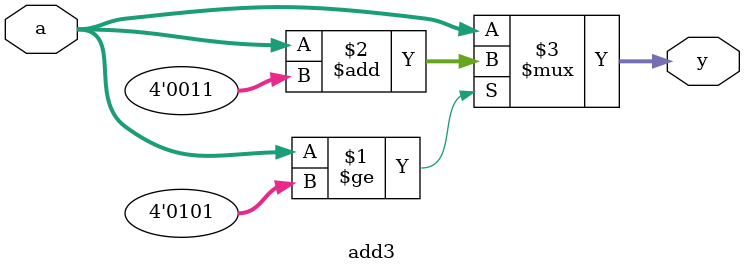
<source format=sv>
`timescale 1ns / 1ps


module add3(input logic [3:0] a, 
            output logic [3:0] y);
            
    assign y = (a >= 4'd5 ? a + 4'd3 : a);
            
endmodule

</source>
